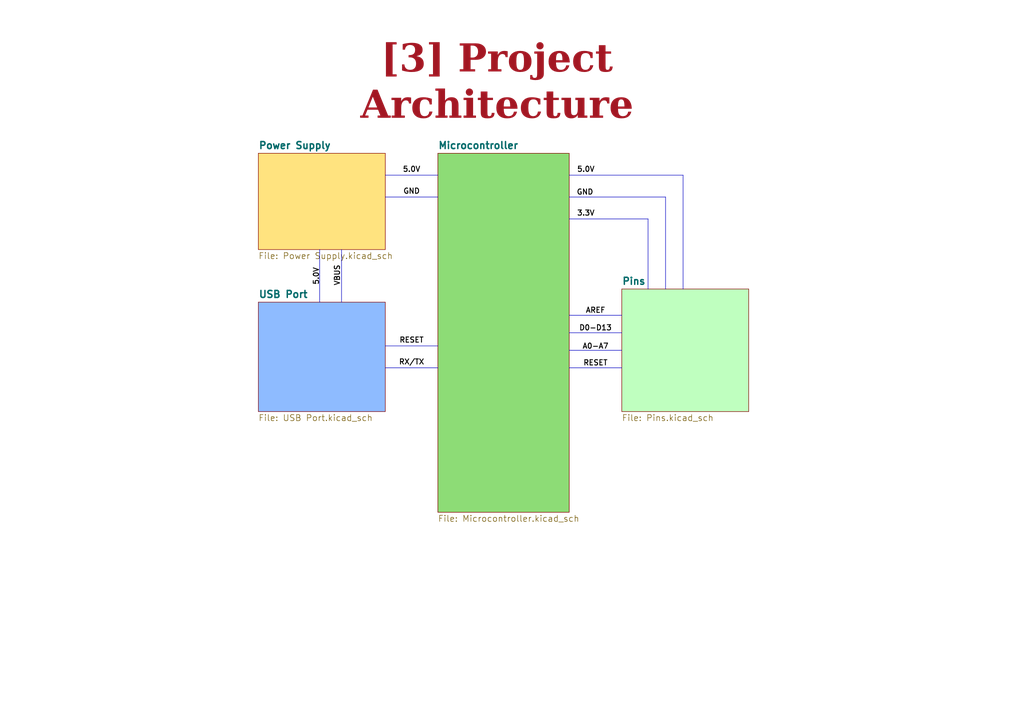
<source format=kicad_sch>
(kicad_sch
	(version 20250114)
	(generator "eeschema")
	(generator_version "9.0")
	(uuid "43756dca-f8f6-4179-bbe2-5af9585c666d")
	(paper "A4")
	(title_block
		(title "Cover Page")
		(date "2025-06-05")
		(rev "v1.0")
		(company "sebastiansebs.com")
	)
	(lib_symbols)
	(text "5.0V"
		(exclude_from_sim no)
		(at 91.694 80.264 90)
		(effects
			(font
				(size 1.524 1.524)
				(thickness 0.254)
				(bold yes)
				(color 0 0 0 1)
			)
		)
		(uuid "0a3b1586-9953-403e-831b-7f817a557509")
	)
	(text "VBUS\n"
		(exclude_from_sim no)
		(at 97.79 80.01 90)
		(effects
			(font
				(size 1.524 1.524)
				(thickness 0.254)
				(bold yes)
				(color 0 0 0 1)
			)
		)
		(uuid "135dd4a2-e26d-40fb-b176-3b8683455340")
	)
	(text "GND"
		(exclude_from_sim no)
		(at 169.672 55.88 0)
		(effects
			(font
				(size 1.524 1.524)
				(thickness 0.254)
				(bold yes)
				(color 0 0 0 1)
			)
		)
		(uuid "5606ec61-2fcd-4df4-8f1b-731b94cdc1ff")
	)
	(text "5.0V"
		(exclude_from_sim no)
		(at 119.38 49.276 0)
		(effects
			(font
				(size 1.524 1.524)
				(thickness 0.254)
				(bold yes)
				(color 0 0 0 1)
			)
		)
		(uuid "593ea9f5-e36a-4891-a05e-18870704117a")
	)
	(text "3.3V\n"
		(exclude_from_sim no)
		(at 169.926 61.976 0)
		(effects
			(font
				(size 1.524 1.524)
				(thickness 0.254)
				(bold yes)
				(color 0 0 0 1)
			)
		)
		(uuid "758b3c6d-961d-46c1-a6cb-bbdb26b41af3")
	)
	(text "RESET"
		(exclude_from_sim no)
		(at 119.38 98.806 0)
		(effects
			(font
				(size 1.524 1.524)
				(thickness 0.254)
				(bold yes)
				(color 0 0 0 1)
			)
		)
		(uuid "87bbcde0-660b-428a-bdd5-75c4963e171d")
	)
	(text "A0-A7\n"
		(exclude_from_sim no)
		(at 172.72 100.584 0)
		(effects
			(font
				(size 1.524 1.524)
				(thickness 0.254)
				(bold yes)
				(color 0 0 0 1)
			)
		)
		(uuid "8a540b07-8c55-42ab-8735-45300f8eb500")
	)
	(text "GND"
		(exclude_from_sim no)
		(at 119.38 55.626 0)
		(effects
			(font
				(size 1.524 1.524)
				(thickness 0.254)
				(bold yes)
				(color 0 0 0 1)
			)
		)
		(uuid "9b486335-9b0f-494b-803d-70cbe0660845")
	)
	(text "AREF"
		(exclude_from_sim no)
		(at 172.72 90.17 0)
		(effects
			(font
				(size 1.524 1.524)
				(thickness 0.254)
				(bold yes)
				(color 0 0 0 1)
			)
		)
		(uuid "a2bebfb5-1da0-4de6-a1bf-476f63d24b98")
	)
	(text "RX/TX\n"
		(exclude_from_sim no)
		(at 119.38 105.156 0)
		(effects
			(font
				(size 1.524 1.524)
				(thickness 0.254)
				(bold yes)
				(color 0 0 0 1)
			)
		)
		(uuid "a4cb26a9-ded9-47ac-88c1-306ac486236d")
	)
	(text "RESET"
		(exclude_from_sim no)
		(at 172.72 105.41 0)
		(effects
			(font
				(size 1.524 1.524)
				(thickness 0.254)
				(bold yes)
				(color 0 0 0 1)
			)
		)
		(uuid "a5935efc-33eb-4a7d-9f88-49a264751a7e")
	)
	(text "5.0V"
		(exclude_from_sim no)
		(at 169.926 49.276 0)
		(effects
			(font
				(size 1.524 1.524)
				(thickness 0.254)
				(bold yes)
				(color 0 0 0 1)
			)
		)
		(uuid "e91e6fd5-9a20-4037-9910-64aeb634283a")
	)
	(text "D0-D13\n"
		(exclude_from_sim no)
		(at 172.72 95.25 0)
		(effects
			(font
				(size 1.524 1.524)
				(thickness 0.254)
				(bold yes)
				(color 0 0 0 1)
			)
		)
		(uuid "fc7cd079-a1a1-4bbb-bf2e-68739997afb0")
	)
	(text_box "[3] Project Architecture"
		(exclude_from_sim no)
		(at 78.74 17.78 0)
		(size 130.81 12.7)
		(margins 5.9999 5.9999 5.9999 5.9999)
		(stroke
			(width -0.0001)
			(type solid)
		)
		(fill
			(type none)
		)
		(effects
			(font
				(face "Times New Roman")
				(size 8 8)
				(thickness 1.2)
				(bold yes)
				(color 162 22 34 1)
			)
		)
		(uuid "7fa5cc40-6c97-487c-9cc7-412504f68533")
	)
	(polyline
		(pts
			(xy 165.1 91.44) (xy 180.34 91.44)
		)
		(stroke
			(width 0)
			(type default)
		)
		(uuid "13567987-b538-498d-a6df-2a07d2756435")
	)
	(polyline
		(pts
			(xy 111.76 50.8) (xy 127 50.8)
		)
		(stroke
			(width 0)
			(type default)
		)
		(uuid "189c18d5-8b50-4260-ba69-bfe94b4c0630")
	)
	(polyline
		(pts
			(xy 165.1 50.8) (xy 198.12 50.8)
		)
		(stroke
			(width 0)
			(type default)
		)
		(uuid "20ec26b6-b229-4e3b-baf2-c89aae9a5bdf")
	)
	(polyline
		(pts
			(xy 165.1 101.6) (xy 180.34 101.6)
		)
		(stroke
			(width 0)
			(type default)
		)
		(uuid "23bdb305-f33e-4395-8bdd-088782732fe1")
	)
	(polyline
		(pts
			(xy 198.12 50.8) (xy 198.12 83.82)
		)
		(stroke
			(width 0)
			(type default)
		)
		(uuid "28efe4d3-6572-426a-a24b-7645a58b55ba")
	)
	(polyline
		(pts
			(xy 111.76 106.68) (xy 127 106.68)
		)
		(stroke
			(width 0)
			(type default)
		)
		(uuid "29b3c65b-c405-43f2-9029-1f97912c3957")
	)
	(polyline
		(pts
			(xy 92.71 87.63) (xy 92.71 72.39)
		)
		(stroke
			(width 0)
			(type default)
		)
		(uuid "3ab34560-e5a2-4f47-af35-ad5b18df9d86")
	)
	(polyline
		(pts
			(xy 187.96 63.5) (xy 187.96 83.82)
		)
		(stroke
			(width 0)
			(type default)
		)
		(uuid "4894afba-b352-49dc-82b7-2820511c776a")
	)
	(polyline
		(pts
			(xy 165.1 57.15) (xy 193.04 57.15)
		)
		(stroke
			(width 0)
			(type default)
		)
		(uuid "7a36d0a3-1f02-419e-8520-701fca2ca6e3")
	)
	(polyline
		(pts
			(xy 111.76 57.15) (xy 127 57.15)
		)
		(stroke
			(width 0)
			(type default)
		)
		(uuid "931ea986-d634-4634-b0df-37e796401bb1")
	)
	(polyline
		(pts
			(xy 193.04 57.15) (xy 193.04 83.82)
		)
		(stroke
			(width 0)
			(type default)
		)
		(uuid "a8c958c2-a2fc-444e-944c-487d9360c0a7")
	)
	(polyline
		(pts
			(xy 165.1 96.52) (xy 180.34 96.52)
		)
		(stroke
			(width 0)
			(type default)
		)
		(uuid "adf242c3-5e98-413f-b7ae-9d33969a5ada")
	)
	(polyline
		(pts
			(xy 111.76 100.33) (xy 127 100.33)
		)
		(stroke
			(width 0)
			(type default)
		)
		(uuid "b31fef3b-8b47-45d5-b078-b1480b611a8c")
	)
	(polyline
		(pts
			(xy 99.06 87.63) (xy 99.06 72.39)
		)
		(stroke
			(width 0)
			(type default)
		)
		(uuid "d511c578-0dd7-487c-92f7-412592b2c9ee")
	)
	(polyline
		(pts
			(xy 165.1 106.68) (xy 180.34 106.68)
		)
		(stroke
			(width 0)
			(type default)
		)
		(uuid "debbd4e0-7e6d-46f0-9cb4-f888b45b168d")
	)
	(polyline
		(pts
			(xy 165.1 63.5) (xy 187.96 63.5)
		)
		(stroke
			(width 0)
			(type default)
		)
		(uuid "f5afb9ec-0f36-43f2-ac55-bce70010aed7")
	)
	(sheet
		(at 74.93 44.45)
		(size 36.83 27.94)
		(exclude_from_sim no)
		(in_bom yes)
		(on_board yes)
		(dnp no)
		(fields_autoplaced yes)
		(stroke
			(width 0.1524)
			(type solid)
		)
		(fill
			(color 255 200 0 0.5020)
		)
		(uuid "0a302650-702c-435b-9208-950384b1a23d")
		(property "Sheetname" "Power Supply"
			(at 74.93 43.3574 0)
			(effects
				(font
					(size 2.032 2.032)
					(thickness 0.4064)
					(bold yes)
				)
				(justify left bottom)
			)
		)
		(property "Sheetfile" "Power Supply.kicad_sch"
			(at 74.93 73.1778 0)
			(do_not_autoplace yes)
			(effects
				(font
					(size 1.778 1.778)
				)
				(justify left top)
			)
		)
		(instances
			(project "Arduino Nano"
				(path "/0650c7a8-acba-429c-9f8e-eec0baf0bc1c/fede4c36-00cc-4d3d-b71c-5243ba232202"
					(page "5")
				)
			)
		)
	)
	(sheet
		(at 127 44.45)
		(size 38.1 104.14)
		(exclude_from_sim no)
		(in_bom yes)
		(on_board yes)
		(dnp no)
		(fields_autoplaced yes)
		(stroke
			(width 0.1524)
			(type solid)
		)
		(fill
			(color 48 191 6 0.5500)
		)
		(uuid "110cfcc7-8be4-4abf-8132-9d426466e7c5")
		(property "Sheetname" "Microcontroller"
			(at 127 43.3574 0)
			(effects
				(font
					(size 2.032 2.032)
					(thickness 0.4064)
					(bold yes)
				)
				(justify left bottom)
			)
		)
		(property "Sheetfile" "Microcontroller.kicad_sch"
			(at 127 149.3778 0)
			(effects
				(font
					(size 1.778 1.778)
				)
				(justify left top)
			)
		)
		(instances
			(project "Arduino Nano"
				(path "/0650c7a8-acba-429c-9f8e-eec0baf0bc1c/fede4c36-00cc-4d3d-b71c-5243ba232202"
					(page "7")
				)
			)
		)
	)
	(sheet
		(at 180.34 83.82)
		(size 36.83 35.56)
		(exclude_from_sim no)
		(in_bom yes)
		(on_board yes)
		(dnp no)
		(fields_autoplaced yes)
		(stroke
			(width 0.1524)
			(type solid)
		)
		(fill
			(color 128 255 128 0.5000)
		)
		(uuid "7d5a1283-086b-46b0-8df7-a9850521fb5e")
		(property "Sheetname" "Pins"
			(at 180.34 82.7274 0)
			(effects
				(font
					(size 2.032 2.032)
					(bold yes)
				)
				(justify left bottom)
			)
		)
		(property "Sheetfile" "Pins.kicad_sch"
			(at 180.34 120.1678 0)
			(effects
				(font
					(size 1.778 1.778)
				)
				(justify left top)
			)
		)
		(instances
			(project "Arduino Nano"
				(path "/0650c7a8-acba-429c-9f8e-eec0baf0bc1c/fede4c36-00cc-4d3d-b71c-5243ba232202"
					(page "4")
				)
			)
		)
	)
	(sheet
		(at 74.93 87.63)
		(size 36.83 31.75)
		(exclude_from_sim no)
		(in_bom yes)
		(on_board yes)
		(dnp no)
		(fields_autoplaced yes)
		(stroke
			(width 0.1524)
			(type solid)
		)
		(fill
			(color 49 132 255 0.5500)
		)
		(uuid "b59fe6fb-8d8d-4ae0-bc83-b6a1902d697c")
		(property "Sheetname" "USB Port"
			(at 74.93 86.5374 0)
			(effects
				(font
					(size 2.032 2.032)
					(thickness 0.4064)
					(bold yes)
				)
				(justify left bottom)
			)
		)
		(property "Sheetfile" "USB Port.kicad_sch"
			(at 74.93 120.1678 0)
			(effects
				(font
					(size 1.778 1.778)
				)
				(justify left top)
			)
		)
		(instances
			(project "Arduino Nano"
				(path "/0650c7a8-acba-429c-9f8e-eec0baf0bc1c/fede4c36-00cc-4d3d-b71c-5243ba232202"
					(page "6")
				)
			)
		)
	)
)

</source>
